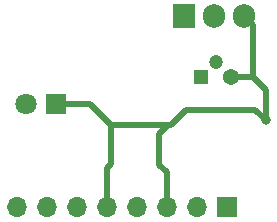
<source format=gbr>
G04 #@! TF.GenerationSoftware,KiCad,Pcbnew,9.0.0*
G04 #@! TF.CreationDate,2025-10-07T06:41:58-03:00*
G04 #@! TF.ProjectId,control temperatura_v3,636f6e74-726f-46c2-9074-656d70657261,rev?*
G04 #@! TF.SameCoordinates,Original*
G04 #@! TF.FileFunction,Copper,L2,Bot*
G04 #@! TF.FilePolarity,Positive*
%FSLAX46Y46*%
G04 Gerber Fmt 4.6, Leading zero omitted, Abs format (unit mm)*
G04 Created by KiCad (PCBNEW 9.0.0) date 2025-10-07 06:41:58*
%MOMM*%
%LPD*%
G01*
G04 APERTURE LIST*
G04 #@! TA.AperFunction,ComponentPad*
%ADD10R,1.700000X1.700000*%
G04 #@! TD*
G04 #@! TA.AperFunction,ComponentPad*
%ADD11O,1.700000X1.700000*%
G04 #@! TD*
G04 #@! TA.AperFunction,ComponentPad*
%ADD12R,1.200000X1.200000*%
G04 #@! TD*
G04 #@! TA.AperFunction,ComponentPad*
%ADD13C,1.200000*%
G04 #@! TD*
G04 #@! TA.AperFunction,ComponentPad*
%ADD14C,1.365000*%
G04 #@! TD*
G04 #@! TA.AperFunction,ComponentPad*
%ADD15R,1.800000X1.800000*%
G04 #@! TD*
G04 #@! TA.AperFunction,ComponentPad*
%ADD16C,1.800000*%
G04 #@! TD*
G04 #@! TA.AperFunction,ComponentPad*
%ADD17R,1.905000X2.000000*%
G04 #@! TD*
G04 #@! TA.AperFunction,ComponentPad*
%ADD18O,1.905000X2.000000*%
G04 #@! TD*
G04 #@! TA.AperFunction,ViaPad*
%ADD19C,0.800000*%
G04 #@! TD*
G04 #@! TA.AperFunction,Conductor*
%ADD20C,0.500000*%
G04 #@! TD*
G04 APERTURE END LIST*
D10*
X149850000Y-75225000D03*
D11*
X147310000Y-75225000D03*
X144770000Y-75225000D03*
X142230000Y-75225000D03*
X139690000Y-75225000D03*
X137150000Y-75225000D03*
X134610000Y-75225000D03*
X132070000Y-75225000D03*
D12*
X147650000Y-64225000D03*
D13*
X148920000Y-62955000D03*
D14*
X150190000Y-64225000D03*
D15*
X135382000Y-66548000D03*
D16*
X132842000Y-66548000D03*
D17*
X146250000Y-59125000D03*
D18*
X148790000Y-59125000D03*
X151330000Y-59125000D03*
D19*
X153175000Y-67925000D03*
D20*
X139690000Y-71935000D02*
X140050000Y-71575000D01*
X138298000Y-66548000D02*
X135382000Y-66548000D01*
X152050000Y-64225000D02*
X153175000Y-65350000D01*
X140050000Y-68300000D02*
X138298000Y-66548000D01*
X146425000Y-67025000D02*
X145150000Y-68300000D01*
X144125000Y-69075000D02*
X144900000Y-68300000D01*
X139690000Y-75225000D02*
X139690000Y-71935000D01*
X144770000Y-75225000D02*
X144770000Y-72330000D01*
X153175000Y-67925000D02*
X152275000Y-67025000D01*
X152050000Y-59845000D02*
X152050000Y-64225000D01*
X151330000Y-59125000D02*
X152050000Y-59845000D01*
X150190000Y-64225000D02*
X152050000Y-64225000D01*
X153175000Y-65350000D02*
X153175000Y-67925000D01*
X144900000Y-68300000D02*
X140050000Y-68300000D01*
X145150000Y-68300000D02*
X144900000Y-68300000D01*
X144770000Y-72330000D02*
X144125000Y-71685000D01*
X152275000Y-67025000D02*
X146425000Y-67025000D01*
X140050000Y-71575000D02*
X140050000Y-68300000D01*
X144125000Y-71685000D02*
X144125000Y-69075000D01*
M02*

</source>
